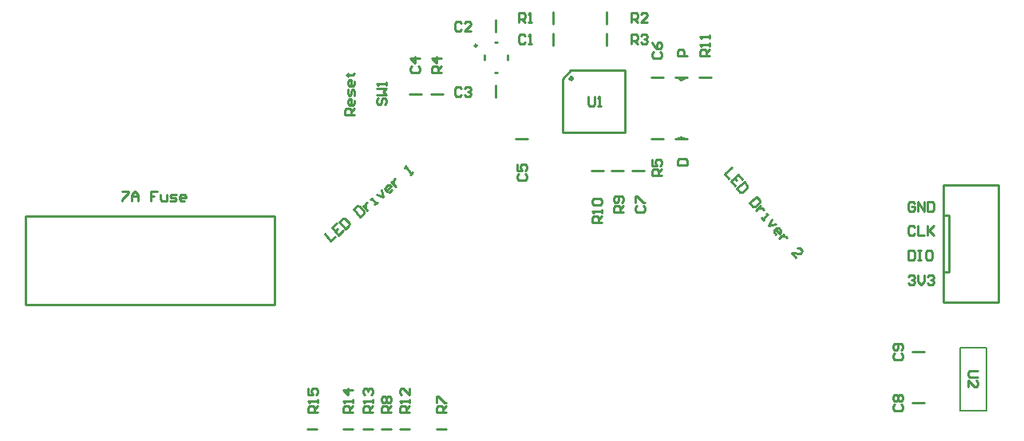
<source format=gto>
G04*
G04 #@! TF.GenerationSoftware,Altium Limited,Altium Designer,20.1.11 (218)*
G04*
G04 Layer_Color=65535*
%FSLAX44Y44*%
%MOMM*%
G71*
G04*
G04 #@! TF.SameCoordinates,6F891966-A938-45B2-A706-970299DF58FA*
G04*
G04*
G04 #@! TF.FilePolarity,Positive*
G04*
G01*
G75*
%ADD10C,0.2540*%
%ADD11C,0.2000*%
D10*
X960646Y746760D02*
G03*
X960646Y746760I-1796J0D01*
G01*
X859130Y781750D02*
G03*
X859130Y781750I-1270J0D01*
G01*
X678747Y374450D02*
X688907D01*
X717550Y374650D02*
X727710D01*
X738080D02*
X748240D01*
X757780D02*
X767940D01*
X777480D02*
X787640D01*
X1320800Y402430D02*
X1333500D01*
X787400Y730130D02*
X800100D01*
X816610Y374650D02*
X826770D01*
X380238Y506720D02*
X644238D01*
X380238D02*
Y600720D01*
X644398Y506720D02*
Y600720D01*
X380238Y600700D02*
X644238D01*
X1016000Y689610D02*
Y755650D01*
X949960Y689610D02*
X1016000D01*
X949960D02*
Y746760D01*
X958850Y755650D01*
X1016000D01*
X1069340Y682670D02*
X1082040D01*
X1075706Y684983D02*
X1079754Y682670D01*
X1071372D02*
X1075706Y684983D01*
X1023620Y648970D02*
X1036320D01*
X900430Y683260D02*
X913130D01*
X878840Y726640D02*
Y739340D01*
X891950Y766510D02*
Y771590D01*
X866950Y766510D02*
Y771590D01*
X878180Y753050D02*
X880720Y753050D01*
X878180Y785050D02*
X880720Y785050D01*
X878840Y796290D02*
Y808990D01*
X810260Y730130D02*
X822960D01*
X1094740Y748030D02*
X1107440D01*
X1075674Y745717D02*
X1080008Y748030D01*
X1071626D02*
X1075674Y745717D01*
X1069340Y748030D02*
X1082040D01*
X1320800Y456600D02*
X1333500D01*
X1002030Y649130D02*
X1014730D01*
X1354030Y634000D02*
X1412030D01*
X1354030Y509000D02*
X1412030D01*
X1354030Y601500D02*
X1360170D01*
X1354030Y541500D02*
X1360170D01*
X1412030Y509000D02*
Y634000D01*
X1354030Y509000D02*
Y634000D01*
X1360170Y541500D02*
Y601500D01*
X939800Y805180D02*
Y817880D01*
X996950Y805180D02*
Y817880D01*
Y782320D02*
Y795020D01*
X1043940Y682670D02*
X1056640D01*
X980440Y648970D02*
X993140D01*
X939640Y782320D02*
Y795020D01*
X1043940Y748030D02*
X1056640D01*
X728980Y708660D02*
X718823D01*
Y713738D01*
X720516Y715431D01*
X723902D01*
X725594Y713738D01*
Y708660D01*
Y712046D02*
X728980Y715431D01*
Y723895D02*
Y720509D01*
X727287Y718817D01*
X723902D01*
X722209Y720509D01*
Y723895D01*
X723902Y725588D01*
X725594D01*
Y718817D01*
X728980Y728973D02*
Y734052D01*
X727287Y735745D01*
X725594Y734052D01*
Y730666D01*
X723902Y728973D01*
X722209Y730666D01*
Y735745D01*
X728980Y744209D02*
Y740823D01*
X727287Y739130D01*
X723902D01*
X722209Y740823D01*
Y744209D01*
X723902Y745901D01*
X725594D01*
Y739130D01*
X720516Y750980D02*
X722209D01*
Y749287D01*
Y752673D01*
Y750980D01*
X727287D01*
X728980Y752673D01*
X1082040Y771316D02*
X1071883D01*
Y776394D01*
X1073576Y778087D01*
X1076962D01*
X1078654Y776394D01*
Y771316D01*
X1071883Y655320D02*
X1082040D01*
Y660398D01*
X1080347Y662091D01*
X1073576D01*
X1071883Y660398D01*
Y655320D01*
X1316990Y536784D02*
X1318683Y538477D01*
X1322068D01*
X1323761Y536784D01*
Y535091D01*
X1322068Y533398D01*
X1320376D01*
X1322068D01*
X1323761Y531706D01*
Y530013D01*
X1322068Y528320D01*
X1318683D01*
X1316990Y530013D01*
X1327147Y538477D02*
Y531706D01*
X1330532Y528320D01*
X1333918Y531706D01*
Y538477D01*
X1337303Y536784D02*
X1338996Y538477D01*
X1342382D01*
X1344075Y536784D01*
Y535091D01*
X1342382Y533398D01*
X1340689D01*
X1342382D01*
X1344075Y531706D01*
Y530013D01*
X1342382Y528320D01*
X1338996D01*
X1337303Y530013D01*
X1316990Y564235D02*
Y554079D01*
X1322068D01*
X1323761Y555772D01*
Y562543D01*
X1322068Y564235D01*
X1316990D01*
X1327147D02*
X1330532D01*
X1328840D01*
Y554079D01*
X1327147D01*
X1330532D01*
X1340689Y564235D02*
X1337303D01*
X1335611Y562543D01*
Y555772D01*
X1337303Y554079D01*
X1340689D01*
X1342382Y555772D01*
Y562543D01*
X1340689Y564235D01*
X1323761Y588854D02*
X1322068Y590547D01*
X1318683D01*
X1316990Y588854D01*
Y582083D01*
X1318683Y580390D01*
X1322068D01*
X1323761Y582083D01*
X1327147Y590547D02*
Y580390D01*
X1333918D01*
X1337303Y590547D02*
Y580390D01*
Y583776D01*
X1344075Y590547D01*
X1338996Y585468D01*
X1344075Y580390D01*
X1323761Y614254D02*
X1322068Y615947D01*
X1318683D01*
X1316990Y614254D01*
Y607483D01*
X1318683Y605790D01*
X1322068D01*
X1323761Y607483D01*
Y610868D01*
X1320376D01*
X1327147Y605790D02*
Y615947D01*
X1333918Y605790D01*
Y615947D01*
X1337303D02*
Y605790D01*
X1342382D01*
X1344075Y607483D01*
Y614254D01*
X1342382Y615947D01*
X1337303D01*
X689878Y392234D02*
X679721D01*
Y397313D01*
X681414Y399005D01*
X684800D01*
X686492Y397313D01*
Y392234D01*
Y395620D02*
X689878Y399005D01*
Y402391D02*
Y405776D01*
Y404084D01*
X679721D01*
X681414Y402391D01*
X679721Y417626D02*
Y410855D01*
X684800D01*
X683107Y414240D01*
Y415933D01*
X684800Y417626D01*
X688185D01*
X689878Y415933D01*
Y412548D01*
X688185Y410855D01*
X727708Y392434D02*
X717552D01*
Y397513D01*
X719244Y399205D01*
X722630D01*
X724323Y397513D01*
Y392434D01*
Y395820D02*
X727708Y399205D01*
Y402591D02*
Y405976D01*
Y404284D01*
X717552D01*
X719244Y402591D01*
X727708Y416133D02*
X717552D01*
X722630Y411055D01*
Y417826D01*
X748238Y392434D02*
X738081D01*
Y397513D01*
X739774Y399205D01*
X743160D01*
X744853Y397513D01*
Y392434D01*
Y395820D02*
X748238Y399205D01*
Y402591D02*
Y405976D01*
Y404284D01*
X738081D01*
X739774Y402591D01*
Y411055D02*
X738081Y412748D01*
Y416133D01*
X739774Y417826D01*
X741467D01*
X743160Y416133D01*
Y414440D01*
Y416133D01*
X744853Y417826D01*
X746545D01*
X748238Y416133D01*
Y412748D01*
X746545Y411055D01*
X483034Y627368D02*
X489805D01*
Y625676D01*
X483034Y618904D01*
Y617212D01*
X493191D02*
Y623983D01*
X496577Y627368D01*
X499962Y623983D01*
Y617212D01*
Y622290D01*
X493191D01*
X520276Y627368D02*
X513504D01*
Y622290D01*
X516890D01*
X513504D01*
Y617212D01*
X523661Y623983D02*
Y618904D01*
X525354Y617212D01*
X530432D01*
Y623983D01*
X533818Y617212D02*
X538896D01*
X540589Y618904D01*
X538896Y620597D01*
X535511D01*
X533818Y622290D01*
X535511Y623983D01*
X540589D01*
X549053Y617212D02*
X545667D01*
X543975Y618904D01*
Y622290D01*
X545667Y623983D01*
X549053D01*
X550746Y622290D01*
Y620597D01*
X543975D01*
X1106168Y770747D02*
X1096012D01*
Y775825D01*
X1097704Y777518D01*
X1101090D01*
X1102783Y775825D01*
Y770747D01*
Y774133D02*
X1106168Y777518D01*
Y780904D02*
Y784289D01*
Y782596D01*
X1096012D01*
X1097704Y780904D01*
X1106168Y789368D02*
Y792753D01*
Y791060D01*
X1096012D01*
X1097704Y789368D01*
X991868Y594204D02*
X981712D01*
Y599282D01*
X983404Y600975D01*
X986790D01*
X988483Y599282D01*
Y594204D01*
Y597590D02*
X991868Y600975D01*
Y604361D02*
Y607746D01*
Y606054D01*
X981712D01*
X983404Y604361D01*
Y612825D02*
X981712Y614518D01*
Y617903D01*
X983404Y619596D01*
X990176D01*
X991868Y617903D01*
Y614518D01*
X990176Y612825D01*
X983404D01*
X1014728Y604946D02*
X1004572D01*
Y610024D01*
X1006264Y611717D01*
X1009650D01*
X1011343Y610024D01*
Y604946D01*
Y608332D02*
X1014728Y611717D01*
X1013036Y615103D02*
X1014728Y616796D01*
Y620181D01*
X1013036Y621874D01*
X1006264D01*
X1004572Y620181D01*
Y616796D01*
X1006264Y615103D01*
X1007957D01*
X1009650Y616796D01*
Y621874D01*
X787638Y392434D02*
X777481D01*
Y397513D01*
X779174Y399205D01*
X782560D01*
X784253Y397513D01*
Y392434D01*
Y395820D02*
X787638Y399205D01*
Y402591D02*
Y405976D01*
Y404284D01*
X777481D01*
X779174Y402591D01*
X787638Y417826D02*
Y411055D01*
X780867Y417826D01*
X779174D01*
X777481Y416133D01*
Y412748D01*
X779174Y411055D01*
X767938Y392856D02*
X757781D01*
Y397934D01*
X759474Y399627D01*
X762860D01*
X764553Y397934D01*
Y392856D01*
Y396242D02*
X767938Y399627D01*
X759474Y403013D02*
X757781Y404706D01*
Y408091D01*
X759474Y409784D01*
X761167D01*
X762860Y408091D01*
X764553Y409784D01*
X766245D01*
X767938Y408091D01*
Y404706D01*
X766245Y403013D01*
X764553D01*
X762860Y404706D01*
X761167Y403013D01*
X759474D01*
X762860Y404706D02*
Y408091D01*
X826768Y392856D02*
X816612D01*
Y397934D01*
X818304Y399627D01*
X821690D01*
X823383Y397934D01*
Y392856D01*
Y396242D02*
X826768Y399627D01*
X816612Y403013D02*
Y409784D01*
X818304D01*
X825076Y403013D01*
X826768D01*
X1390648Y436454D02*
X1382184D01*
X1380492Y434761D01*
Y431376D01*
X1382184Y429683D01*
X1390648D01*
X1380492Y419526D02*
Y426297D01*
X1387263Y419526D01*
X1388956D01*
X1390648Y421219D01*
Y424604D01*
X1388956Y426297D01*
X977479Y727708D02*
Y719244D01*
X979172Y717552D01*
X982557D01*
X984250Y719244D01*
Y727708D01*
X987636Y717552D02*
X991021D01*
X989328D01*
Y727708D01*
X987636Y726016D01*
X754804Y726162D02*
X753112Y724469D01*
Y721083D01*
X754804Y719390D01*
X756497D01*
X758190Y721083D01*
Y724469D01*
X759883Y726162D01*
X761575D01*
X763268Y724469D01*
Y721083D01*
X761575Y719390D01*
X753112Y729547D02*
X763268D01*
X759883Y732933D01*
X763268Y736318D01*
X753112D01*
X763268Y739704D02*
Y743090D01*
Y741397D01*
X753112D01*
X754804Y739704D01*
X1055368Y644316D02*
X1045212D01*
Y649394D01*
X1046904Y651087D01*
X1050290D01*
X1051983Y649394D01*
Y644316D01*
Y647702D02*
X1055368Y651087D01*
X1045212Y661244D02*
Y654473D01*
X1050290D01*
X1048597Y657858D01*
Y659551D01*
X1050290Y661244D01*
X1053676D01*
X1055368Y659551D01*
Y656166D01*
X1053676Y654473D01*
X821688Y753536D02*
X811532D01*
Y758614D01*
X813224Y760307D01*
X816610D01*
X818303Y758614D01*
Y753536D01*
Y756922D02*
X821688Y760307D01*
Y768771D02*
X811532D01*
X816610Y763693D01*
Y770464D01*
X1022776Y783592D02*
Y793748D01*
X1027854D01*
X1029547Y792056D01*
Y788670D01*
X1027854Y786977D01*
X1022776D01*
X1026162D02*
X1029547Y783592D01*
X1032933Y792056D02*
X1034626Y793748D01*
X1038011D01*
X1039704Y792056D01*
Y790363D01*
X1038011Y788670D01*
X1036318D01*
X1038011D01*
X1039704Y786977D01*
Y785284D01*
X1038011Y783592D01*
X1034626D01*
X1032933Y785284D01*
X1022776Y806452D02*
Y816608D01*
X1027854D01*
X1029547Y814916D01*
Y811530D01*
X1027854Y809837D01*
X1022776D01*
X1026162D02*
X1029547Y806452D01*
X1039704D02*
X1032933D01*
X1039704Y813223D01*
Y814916D01*
X1038011Y816608D01*
X1034626D01*
X1032933Y814916D01*
X903819Y806452D02*
Y816608D01*
X908897D01*
X910590Y814916D01*
Y811530D01*
X908897Y809837D01*
X903819D01*
X907204D02*
X910590Y806452D01*
X913976D02*
X917361D01*
X915668D01*
Y816608D01*
X913976Y814916D01*
X1129671Y652522D02*
X1121890Y645994D01*
X1126243Y640807D01*
X1140552Y639555D02*
X1136199Y644742D01*
X1128419Y638213D01*
X1132771Y633026D01*
X1132309Y641477D02*
X1134485Y638884D01*
X1142728Y636961D02*
X1134947Y630433D01*
X1138212Y626542D01*
X1140597Y626334D01*
X1145784Y630686D01*
X1145992Y633071D01*
X1142728Y636961D01*
X1155785Y621400D02*
X1148005Y614872D01*
X1151269Y610981D01*
X1153654Y610773D01*
X1158841Y615125D01*
X1159050Y617510D01*
X1155785Y621400D01*
X1159720Y611443D02*
X1154533Y607091D01*
X1157127Y609267D01*
X1159512Y609059D01*
X1161897Y608850D01*
X1162985Y607553D01*
X1161062Y599311D02*
X1163238Y596717D01*
X1162150Y598014D01*
X1167337Y602366D01*
X1166249Y603663D01*
X1171689Y597179D02*
X1168679Y590233D01*
X1176042Y591992D01*
X1176295Y581156D02*
X1174119Y583750D01*
X1174328Y586134D01*
X1176921Y588311D01*
X1179306Y588102D01*
X1181482Y585508D01*
X1181274Y583124D01*
X1179977Y582035D01*
X1175624Y587223D01*
X1184747Y581618D02*
X1179560Y577266D01*
X1182153Y579442D01*
X1184538Y579233D01*
X1186923Y579025D01*
X1188011Y577728D01*
X1196969Y556518D02*
X1192617Y561705D01*
X1202156Y560870D01*
X1203453Y561958D01*
X1203662Y564343D01*
X1201486Y566937D01*
X1199101Y567145D01*
X697397Y582025D02*
X703926Y574244D01*
X709113Y578596D01*
X710365Y592906D02*
X705178Y588553D01*
X711706Y580773D01*
X716893Y585125D01*
X708442Y584663D02*
X711035Y586839D01*
X712958Y595082D02*
X719487Y587301D01*
X723377Y590566D01*
X723586Y592951D01*
X719233Y598137D01*
X716848Y598346D01*
X712958Y595082D01*
X728519Y608139D02*
X735048Y600359D01*
X738938Y603623D01*
X739147Y606008D01*
X734794Y611195D01*
X732409Y611403D01*
X728519Y608139D01*
X738476Y612074D02*
X742828Y606887D01*
X740652Y609481D01*
X740861Y611866D01*
X741069Y614250D01*
X742366Y615338D01*
X750609Y613416D02*
X753202Y615592D01*
X751906Y614504D01*
X747553Y619691D01*
X746256Y618603D01*
X752740Y624043D02*
X759686Y621032D01*
X757927Y628396D01*
X768763Y628649D02*
X766170Y626473D01*
X763785Y626682D01*
X761609Y629275D01*
X761817Y631660D01*
X764411Y633836D01*
X766796Y633628D01*
X767884Y632331D01*
X762697Y627978D01*
X768301Y637100D02*
X772654Y631913D01*
X770477Y634507D01*
X770686Y636892D01*
X770894Y639277D01*
X772191Y640365D01*
X788214Y644971D02*
X790808Y647147D01*
X789511Y646059D01*
X782983Y653839D01*
X782774Y651454D01*
X1302174Y454907D02*
X1300482Y453214D01*
Y449829D01*
X1302174Y448136D01*
X1308946D01*
X1310638Y449829D01*
Y453214D01*
X1308946Y454907D01*
Y458293D02*
X1310638Y459986D01*
Y463371D01*
X1308946Y465064D01*
X1302174D01*
X1300482Y463371D01*
Y459986D01*
X1302174Y458293D01*
X1303867D01*
X1305560Y459986D01*
Y465064D01*
X1302174Y400737D02*
X1300482Y399044D01*
Y395659D01*
X1302174Y393966D01*
X1308946D01*
X1310638Y395659D01*
Y399044D01*
X1308946Y400737D01*
X1302174Y404123D02*
X1300482Y405816D01*
Y409201D01*
X1302174Y410894D01*
X1303867D01*
X1305560Y409201D01*
X1307253Y410894D01*
X1308946D01*
X1310638Y409201D01*
Y405816D01*
X1308946Y404123D01*
X1307253D01*
X1305560Y405816D01*
X1303867Y404123D01*
X1302174D01*
X1305560Y405816D02*
Y409201D01*
X1029128Y611717D02*
X1027436Y610024D01*
Y606639D01*
X1029128Y604946D01*
X1035900D01*
X1037592Y606639D01*
Y610024D01*
X1035900Y611717D01*
X1027436Y615103D02*
Y621874D01*
X1029128D01*
X1035900Y615103D01*
X1037592D01*
X1046904Y775547D02*
X1045212Y773854D01*
Y770469D01*
X1046904Y768776D01*
X1053676D01*
X1055368Y770469D01*
Y773854D01*
X1053676Y775547D01*
X1045212Y785704D02*
X1046904Y782318D01*
X1050290Y778933D01*
X1053676D01*
X1055368Y780626D01*
Y784011D01*
X1053676Y785704D01*
X1051983D01*
X1050290Y784011D01*
Y778933D01*
X903394Y646007D02*
X901702Y644314D01*
Y640929D01*
X903394Y639236D01*
X910166D01*
X911858Y640929D01*
Y644314D01*
X910166Y646007D01*
X901702Y656164D02*
Y649393D01*
X906780D01*
X905087Y652778D01*
Y654471D01*
X906780Y656164D01*
X910166D01*
X911858Y654471D01*
Y651086D01*
X910166Y649393D01*
X790364Y760307D02*
X788672Y758614D01*
Y755229D01*
X790364Y753536D01*
X797136D01*
X798828Y755229D01*
Y758614D01*
X797136Y760307D01*
X798828Y768771D02*
X788672D01*
X793750Y763693D01*
Y770464D01*
X842857Y736376D02*
X841164Y738068D01*
X837779D01*
X836086Y736376D01*
Y729604D01*
X837779Y727912D01*
X841164D01*
X842857Y729604D01*
X846243Y736376D02*
X847936Y738068D01*
X851321D01*
X853014Y736376D01*
Y734683D01*
X851321Y732990D01*
X849628D01*
X851321D01*
X853014Y731297D01*
Y729604D01*
X851321Y727912D01*
X847936D01*
X846243Y729604D01*
X842857Y806026D02*
X841164Y807718D01*
X837779D01*
X836086Y806026D01*
Y799254D01*
X837779Y797562D01*
X841164D01*
X842857Y799254D01*
X853014Y797562D02*
X846243D01*
X853014Y804333D01*
Y806026D01*
X851321Y807718D01*
X847936D01*
X846243Y806026D01*
X910590Y792056D02*
X908897Y793748D01*
X905512D01*
X903819Y792056D01*
Y785284D01*
X905512Y783592D01*
X908897D01*
X910590Y785284D01*
X913976Y783592D02*
X917361D01*
X915668D01*
Y793748D01*
X913976Y792056D01*
D11*
X1371570Y394490D02*
Y461490D01*
X1399570Y394490D02*
Y461490D01*
X1371570D02*
X1399570D01*
X1371570Y394490D02*
X1399570D01*
M02*

</source>
